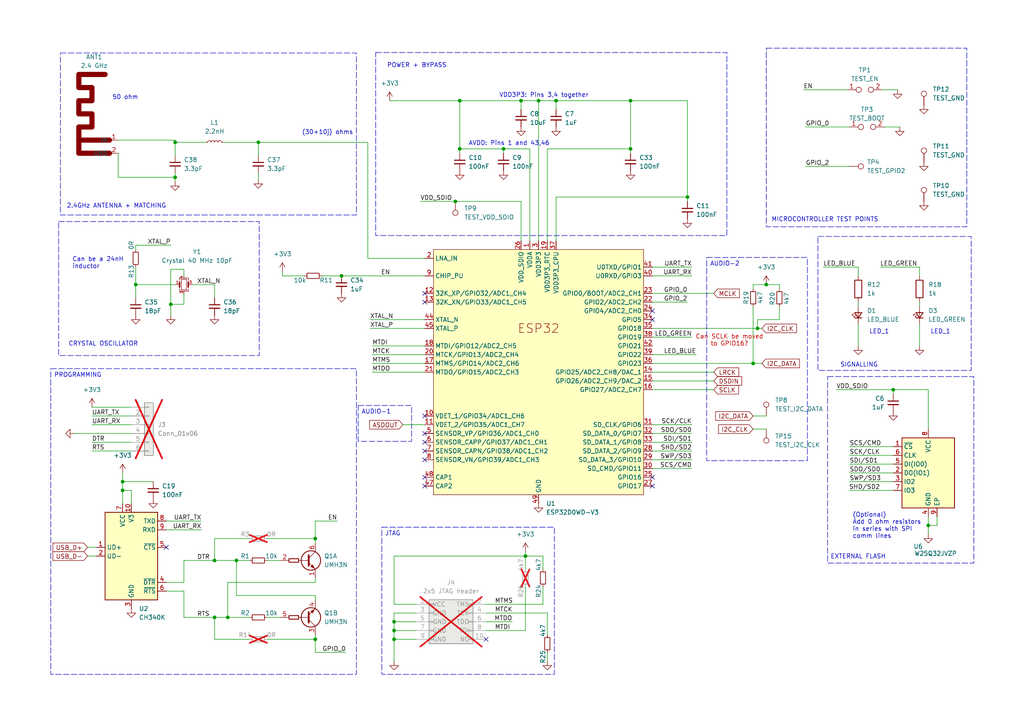
<source format=kicad_sch>
(kicad_sch (version 20250114) (generator "eeschema") (generator_version "9.0")
  (paper "A4")
  (lib_symbols
    (symbol "Connector:TestPoint" (pin_numbers (hide yes)) (pin_names (offset 0.762) (hide yes))
      (property "Reference" "TP" (at 0 6.858 0))
      (property "Value" "TestPoint" (at 0 5.08 0))
      (symbol "TestPoint_1_1"
        (pin passive line (at 0 0 90) (length 2.54) (name "1") (number "1"))
      )
    )
    (symbol "Connector:TestPoint_2Pole" (pin_names (offset 0.762) (hide yes))
      (property "Reference" "TP" (at 0 1.524 0))
      (property "Value" "TestPoint_2Pole" (at 0 -1.778 0))
      (symbol "TestPoint_2Pole_0_1"
        (pin passive line (at -5.08 0 0) (length 2.54) (name "1") (number "1"))
        (pin passive line (at 5.08 0 180) (length 2.54) (name "2") (number "2"))
      )
    )
    (symbol "Connector_Generic:Conn_01x06" (pin_names (offset 1.016) (hide yes))
      (property "Reference" "J" (at 0 7.62 0))
      (property "Value" "Conn_01x06" (at 0 -10.16 0))
      (symbol "Conn_01x06_1_1"
        (pin passive line (at -5.08 5.08 0) (length 3.81) (name "Pin_1") (number "1"))
        (pin passive line (at -5.08 2.54 0) (length 3.81) (name "Pin_2") (number "2"))
        (pin passive line (at -5.08 0 0) (length 3.81) (name "Pin_3") (number "3"))
        (pin passive line (at -5.08 -2.54 0) (length 3.81) (name "Pin_4") (number "4"))
        (pin passive line (at -5.08 -5.08 0) (length 3.81) (name "Pin_5") (number "5"))
        (pin passive line (at -5.08 -7.62 0) (length 3.81) (name "Pin_6") (number "6"))
      )
    )
    (symbol "Device:C_Small" (pin_numbers (hide yes)) (pin_names (offset 0.254) (hide yes))
      (property "Reference" "C" (at 0.254 1.778 0))
      (property "Value" "C_Small" (at 0.254 -2.032 0))
      (symbol "C_Small_1_1"
        (pin passive line (at 0 2.54 270) (length 2.032) (name "~") (number "1"))
        (pin passive line (at 0 -2.54 90) (length 2.032) (name "~") (number "2"))
      )
    )
    (symbol "Device:Crystal_GND24_Small" (pin_names (offset 1.016) (hide yes))
      (property "Reference" "Y" (at 1.27 4.445 0))
      (property "Value" "Crystal_GND24_Small" (at 1.27 2.54 0))
      (symbol "Crystal_GND24_Small_1_1"
        (pin passive line (at -2.54 0 0) (length 1.27) (name "1") (number "1"))
        (pin passive line (at 0 2.54 270) (length 0.635) (name "4") (number "4"))
        (pin passive line (at 0 -2.54 90) (length 0.635) (name "2") (number "2"))
        (pin passive line (at 2.54 0 180) (length 1.27) (name "3") (number "3"))
      )
    )
    (symbol "Device:LED_Small" (pin_numbers (hide yes)) (pin_names (offset 0.254) (hide yes))
      (property "Reference" "D" (at -1.27 3.175 0))
      (property "Value" "LED_Small" (at -4.445 -2.54 0))
      (symbol "LED_Small_1_1"
        (pin passive line (at -2.54 0 0) (length 1.778) (name "K") (number "1"))
        (pin passive line (at 2.54 0 180) (length 1.778) (name "A") (number "2"))
      )
    )
    (symbol "Device:L_Small" (pin_numbers (hide yes)) (pin_names (offset 0.254) (hide yes))
      (property "Reference" "L" (at 0.762 1.016 0))
      (property "Value" "L_Small" (at 0.762 -1.016 0))
      (symbol "L_Small_1_1"
        (pin passive line (at 0 2.54 270) (length 0.508) (name "~") (number "1"))
        (pin passive line (at 0 -2.54 90) (length 0.508) (name "~") (number "2"))
      )
    )
    (symbol "Device:R" (pin_numbers (hide yes)) (pin_names (offset 0))
      (property "Reference" "R" (at 2.032 0 90))
      (property "Value" "R" (at 0 0 90))
      (symbol "R_1_1"
        (pin passive line (at 0 3.81 270) (length 1.27) (name "~") (number "1"))
        (pin passive line (at 0 -3.81 90) (length 1.27) (name "~") (number "2"))
      )
    )
    (symbol "Device:R_Small" (pin_numbers (hide yes)) (pin_names (offset 0.254) (hide yes))
      (property "Reference" "R" (at 0.762 0.508 0))
      (property "Value" "R_Small" (at 0.762 -1.016 0))
      (symbol "R_Small_1_1"
        (pin passive line (at 0 2.54 270) (length 0.762) (name "~") (number "1"))
        (pin passive line (at 0 -2.54 90) (length 0.762) (name "~") (number "2"))
      )
    )
    (symbol "Interface_USB:CH340K"
      (property "Reference" "U" (at -6.858 13.97 0))
      (property "Value" "CH340K" (at 1.27 13.97 0))
      (symbol "CH340K_1_0"
        (pin passive line (at 0 -15.24 90) (length 2.54) (hide yes) (name "GND") (number "11"))
      )
      (symbol "CH340K_1_1"
        (pin bidirectional line (at -10.16 2.54 0) (length 2.54) (name "UD+") (number "1"))
        (pin bidirectional line (at -10.16 0 0) (length 2.54) (name "UD-") (number "2"))
        (pin power_in line (at -2.54 15.24 270) (length 2.54) (name "VCC") (number "7"))
        (pin passive line (at 0 15.24 270) (length 2.54) (name "V3") (number "10"))
        (pin power_in line (at 0 -15.24 90) (length 2.54) (name "GND") (number "3"))
        (pin output line (at 10.16 10.16 180) (length 2.54) (name "TXD") (number "8"))
        (pin input line (at 10.16 7.62 180) (length 2.54) (name "RXD") (number "9"))
        (pin input line (at 10.16 2.54 180) (length 2.54) (name "~{CTS}") (number "5"))
        (pin output line (at 10.16 -7.62 180) (length 2.54) (name "~{DTR}") (number "4"))
        (pin output line (at 10.16 -10.16 180) (length 2.54) (name "~{RTS}") (number "6"))
      )
    )
    (symbol "Memory_Flash:W25Q32JVZP"
      (property "Reference" "U" (at -6.35 11.43 0))
      (property "Value" "W25Q32JVZP" (at 7.62 11.43 0))
      (symbol "W25Q32JVZP_1_1"
        (pin input line (at -10.16 7.62 0) (length 2.54) (name "~{CS}") (number "1"))
        (pin input line (at -10.16 5.08 0) (length 2.54) (name "CLK") (number "6"))
        (pin bidirectional line (at -10.16 2.54 0) (length 2.54) (name "DI(IO0)") (number "5"))
        (pin bidirectional line (at -10.16 0 0) (length 2.54) (name "DO(IO1)") (number "2"))
        (pin bidirectional line (at -10.16 -2.54 0) (length 2.54) (name "IO2") (number "3"))
        (pin bidirectional line (at -10.16 -5.08 0) (length 2.54) (name "IO3") (number "7"))
        (pin power_in line (at 0 12.7 270) (length 2.54) (name "VCC") (number "8"))
        (pin power_in line (at 0 -12.7 90) (length 2.54) (name "GND") (number "4"))
        (pin passive line (at 2.54 -12.7 90) (length 2.54) (name "EP") (number "9"))
      )
    )
    (symbol "PCM_Espressif:ESP32"
      (property "Reference" "U" (at -30.48 40.64 0))
      (property "Value" "ESP32" (at -30.48 38.1 0))
      (symbol "ESP32_0_0"
        (text "ESP32" (at 0 12.7 0) (effects (font (size 2.54 2.54))))
      )
      (symbol "ESP32_1_1"
        (pin bidirectional line (at -33.02 33.02 0) (length 2.54) (name "LNA_IN") (number "2"))
        (pin input line (at -33.02 27.94 0) (length 2.54) (name "CHIP_PU") (number "9"))
        (pin bidirectional line (at -33.02 22.86 0) (length 2.54) (name "32K_XP/GPIO32/ADC1_CH4") (number "12"))
        (pin bidirectional line (at -33.02 20.32 0) (length 2.54) (name "32K_XN/GPIO33/ADC1_CH5") (number "13"))
        (pin output line (at -33.02 15.24 0) (length 2.54) (name "XTAL_N") (number "44"))
        (pin input line (at -33.02 12.7 0) (length 2.54) (name "XTAL_P") (number "45"))
        (pin bidirectional line (at -33.02 7.62 0) (length 2.54) (name "MTDI/GPIO12/ADC2_CH5") (number "18"))
        (pin bidirectional line (at -33.02 5.08 0) (length 2.54) (name "MTCK/GPIO13/ADC2_CH4") (number "20"))
        (pin bidirectional line (at -33.02 2.54 0) (length 2.54) (name "MTMS/GPIO14/ADC2_CH6") (number "17"))
        (pin bidirectional line (at -33.02 0 0) (length 2.54) (name "MTDO/GPIO15/ADC2_CH3") (number "21"))
        (pin input line (at -33.02 -12.7 0) (length 2.54) (name "VDET_1/GPIO34/ADC1_CH6") (number "10"))
        (pin input line (at -33.02 -15.24 0) (length 2.54) (name "VDET_2/GPIO35/ADC1_CH7") (number "11"))
        (pin input line (at -33.02 -17.78 0) (length 2.54) (name "SENSOR_VP/GPIO36/ADC1_CH0") (number "5"))
        (pin input line (at -33.02 -20.32 0) (length 2.54) (name "SENSOR_CAPP/GPIO37/ADC1_CH1") (number "6"))
        (pin input line (at -33.02 -22.86 0) (length 2.54) (name "SENSOR_CAPN/GPIO38/ADC1_CH2") (number "7"))
        (pin input line (at -33.02 -25.4 0) (length 2.54) (name "SENSOR_VN/GPIO39/ADC1_CH3") (number "8"))
        (pin input line (at -33.02 -30.48 0) (length 2.54) (name "CAP1") (number "48"))
        (pin input line (at -33.02 -33.02 0) (length 2.54) (name "CAP2") (number "47"))
        (pin power_out line (at -5.08 38.1 270) (length 2.54) (name "VDD_SDIO") (number "26"))
        (pin power_in line (at -2.54 38.1 270) (length 2.54) (name "VDDA") (number "1"))
        (pin passive line (at -2.54 38.1 270) (length 2.54) (hide yes) (name "VDDA") (number "43"))
        (pin passive line (at -2.54 38.1 270) (length 2.54) (hide yes) (name "VDDA") (number "46"))
        (pin power_in line (at 0 38.1 270) (length 2.54) (name "VDD3P3") (number "3"))
        (pin passive line (at 0 38.1 270) (length 2.54) (hide yes) (name "VDD3P3") (number "4"))
        (pin power_in line (at 0 -38.1 90) (length 2.54) (name "GND") (number "49"))
        (pin power_in line (at 2.54 38.1 270) (length 2.54) (name "VDD3P3_RTC") (number "19"))
        (pin power_in line (at 5.08 38.1 270) (length 2.54) (name "VDD3P3_CPU") (number "37"))
        (pin bidirectional line (at 33.02 30.48 180) (length 2.54) (name "U0TXD/GPIO1") (number "41"))
        (pin bidirectional line (at 33.02 27.94 180) (length 2.54) (name "U0RXD/GPIO3") (number "40"))
        (pin bidirectional line (at 33.02 22.86 180) (length 2.54) (name "GPIO0/BOOT/ADC2_CH1") (number "23"))
        (pin bidirectional line (at 33.02 20.32 180) (length 2.54) (name "GPIO2/ADC2_CH2") (number "22"))
        (pin bidirectional line (at 33.02 17.78 180) (length 2.54) (name "GPIO4/ADC2_CH0") (number "24"))
        (pin bidirectional line (at 33.02 15.24 180) (length 2.54) (name "GPIO5") (number "34"))
        (pin bidirectional line (at 33.02 12.7 180) (length 2.54) (name "GPIO18") (number "35"))
        (pin bidirectional line (at 33.02 10.16 180) (length 2.54) (name "GPIO19") (number "38"))
        (pin bidirectional line (at 33.02 7.62 180) (length 2.54) (name "GPIO21") (number "42"))
        (pin bidirectional line (at 33.02 5.08 180) (length 2.54) (name "GPIO22") (number "39"))
        (pin bidirectional line (at 33.02 2.54 180) (length 2.54) (name "GPIO23") (number "36"))
        (pin bidirectional line (at 33.02 0 180) (length 2.54) (name "GPIO25/ADC2_CH8/DAC_1") (number "14"))
        (pin bidirectional line (at 33.02 -2.54 180) (length 2.54) (name "GPIO26/ADC2_CH9/DAC_2") (number "15"))
        (pin bidirectional line (at 33.02 -5.08 180) (length 2.54) (name "GPIO27/ADC2_CH7") (number "16"))
        (pin bidirectional line (at 33.02 -15.24 180) (length 2.54) (name "SD_CLK/GPIO6") (number "31"))
        (pin bidirectional line (at 33.02 -17.78 180) (length 2.54) (name "SD_DATA_0/GPIO7") (number "32"))
        (pin bidirectional line (at 33.02 -20.32 180) (length 2.54) (name "SD_DATA_1/GPIO8") (number "33"))
        (pin bidirectional line (at 33.02 -22.86 180) (length 2.54) (name "SD_DATA_2/GPIO9") (number "28"))
        (pin bidirectional line (at 33.02 -25.4 180) (length 2.54) (name "SD_DATA_3/GPIO10") (number "29"))
        (pin bidirectional line (at 33.02 -27.94 180) (length 2.54) (name "SD_CMD/GPIO11") (number "30"))
        (pin bidirectional line (at 33.02 -30.48 180) (length 2.54) (name "GPIO16") (number "25"))
        (pin bidirectional line (at 33.02 -33.02 180) (length 2.54) (name "GPIO17") (number "27"))
      )
    )
    (symbol "Transistor_BJT:UMH3N" (pin_names (hide yes))
      (property "Reference" "Q" (at 7.62 1.27 0))
      (property "Value" "UMH3N" (at 7.62 -1.27 0))
      (symbol "UMH3N_1_1"
        (pin input line (at -5.08 0 0) (length 2.54) (name "B1") (number "2"))
        (pin passive line (at 5.08 5.08 270) (length 2.54) (name "C1") (number "6"))
        (pin passive line (at 5.08 -5.08 90) (length 2.54) (name "E1") (number "1"))
      )
      (symbol "UMH3N_2_1"
        (pin input line (at -5.08 0 0) (length 2.54) (name "B2") (number "5"))
        (pin passive line (at 5.08 5.08 270) (length 2.54) (name "C2") (number "3"))
        (pin passive line (at 5.08 -5.08 90) (length 2.54) (name "E2") (number "4"))
      )
    )
    (symbol "custom_symbols:2x5 JTAG header" (pin_names (offset 1.016))
      (property "Reference" "J" (at 1.27 7.62 0))
      (property "Value" "2x5 JTAG header" (at 1.27 -7.62 0))
      (symbol "2x5 JTAG header_1_1"
        (pin power_in line (at -5.08 5.08 0) (length 3.81) (name "VCC") (number "1"))
        (pin power_in line (at -5.08 2.54 0) (length 3.81) (name "GND") (number "3"))
        (pin power_in line (at -5.08 0 0) (length 3.81) (name "GND") (number "5"))
        (pin power_in line (at -5.08 -2.54 0) (length 3.81) (name "GND") (number "7"))
        (pin power_in line (at -5.08 -5.08 0) (length 3.81) (name "GND") (number "9"))
        (pin input line (at 15.24 5.08 180) (length 3.81) (name "TMS") (number "2"))
        (pin input line (at 15.24 2.54 180) (length 3.81) (name "TCK") (number "4"))
        (pin output line (at 15.24 0 180) (length 3.81) (name "TDO") (number "6"))
        (pin input line (at 15.24 -2.54 180) (length 3.81) (name "TDI") (number "8"))
        (pin free line (at 15.24 -5.08 180) (length 3.81) (name "NC") (number "10"))
      )
    )
    (symbol "custom_symbols:Antenna_2.4GHz_Meandered_Inverted-F"
      (property "Reference" "ANT" (at -2.54 -7.62 0))
      (property "Value" "2.4 GHz" (at 0 0 0))
      (symbol "Antenna_2.4GHz_Meandered_Inverted-F_1_1"
        (pin input line (at 2.54 0 180) (length 2.54) (name "IN") (number "1"))
        (pin input line (at 2.54 -3.81 180) (length 2.54) (name "GND") (number "2"))
      )
    )
    (symbol "power:+3V3" (power) (pin_numbers (hide yes)) (pin_names (offset 0) (hide yes))
      (property "Value" "+3V3" (at 0 3.556 0))
      (symbol "+3V3_1_1"
        (pin power_in line (at 0 0 90) (length 0) (hide yes) (name "+3V3") (number "1"))
      )
    )
    (symbol "power:GND" (power) (pin_numbers (hide yes)) (pin_names (offset 0) (hide yes))
      (property "Value" "GND" (at 0 -3.81 0))
      (symbol "GND_1_1"
        (pin power_in line (at 0 0 270) (length 0) (hide yes) (name "GND") (number "1"))
      )
    )
  )
  (rectangle (start 108.966 15.24) (end 210.82 68.326) (stroke (width 0) (type dash)))
  (rectangle (start 17.018 64.262) (end 75.184 103.124) (stroke (width 0) (type dash)))
  (rectangle (start 17.526 15.367) (end 103.378 62.357) (stroke (width 0) (type dash)))
  (rectangle (start 237.236 68.58) (end 281.686 107.442) (stroke (width 0) (type dash)))
  (rectangle (start 222.25 13.97) (end 280.416 65.786) (stroke (width 0) (type dash)))
  (rectangle (start 240.03 109.22) (end 282.448 163.322) (stroke (width 0) (type dash)))
  (text "MICROCONTROLLER TEST POINTS" (at 239.268 63.754 0) (effects (font (size 1.27 1.27))))
  (text "LED_1\n\n" (at 252.095 99.06 0) (effects (font (size 1.27 1.27)) (justify left bottom)))
  (text "(30+10j) ohms" (at 94.996 38.481 0) (effects (font (size 1.27 1.27))))
  (text "50 ohm" (at 36.322 28.321 0) (effects (font (size 1.27 1.27))))
  (text "SIGNALLING" (at 249.174 105.918 0) (effects (font (size 1.27 1.27))))
  (text "2.4GHz ANTENNA + MATCHING\n" (at 33.782 59.817 0) (effects (font (size 1.27 1.27))))
  (text "(Optional)\nAdd 0 ohm resistors \nin series with SPI \ncomm lines" (at 247.269 156.337 0) (effects (font (size 1.27 1.27)) (justify left bottom)))
  (text "LED_1\n\n" (at 269.875 99.06 0) (effects (font (size 1.27 1.27)) (justify left bottom)))
  (text "VDD3P3: Pins 3,4 together\n\n" (at 144.78 30.48 0) (effects (font (size 1.27 1.27)) (justify left bottom)))
  (text "EXTERNAL FLASH" (at 248.92 161.544 0) (effects (font (size 1.27 1.27))))
  (text "AVDD: Pins 1 and 43,46\n\n" (at 135.89 44.45 0) (effects (font (size 1.27 1.27)) (justify left bottom)))
  (text "POWER + BYPASS\n" (at 120.904 19.05 0) (effects (font (size 1.27 1.27))))
  (text "CRYSTAL OSCILLATOR\n" (at 29.972 99.822 0) (effects (font (size 1.27 1.27))))
  (text "Can be a 24nH \ninductor\n" (at 20.955 78.105 0) (effects (font (size 1.27 1.27)) (justify left bottom)))
  (text "Can SCLK be moved\nto GPIO16?\n" (at 211.582 98.806 0) (effects (font (size 1.27 1.27))))
  (text_box "AUDIO-2" (at 204.978 74.676 0) (size 29.21 58.928) (margins 0.9525 0.9525 0.9525 0.9525) (stroke (width 0) (type dash)) (effects (font (size 1.27 1.27)) (justify left top)))
  (text_box "JTAG\n\n" (at 110.744 152.908 0) (size 50.038 42.672) (margins 0.9525 0.9525 0.9525 0.9525) (stroke (width 0) (type dash)) (effects (font (size 1.27 1.27)) (justify left top)))
  (text_box "PROGRAMMING\n\n\n" (at 14.732 106.934 0) (size 88.646 88.646) (margins 0.9525 0.9525 0.9525 0.9525) (stroke (width 0) (type dash)) (effects (font (size 1.27 1.27)) (justify left top)))
  (text_box "AUDIO-1\n" (at 103.886 117.602 0) (size 15.494 10.414) (margins 0.9525 0.9525 0.9525 0.9525) (stroke (width 0) (type dash)) (effects (font (size 1.27 1.27)) (justify left top)))
  (junction (at 49.53 88.265))
  (junction (at 35.56 142.24))
  (junction (at 219.71 95.25))
  (junction (at 161.29 29.21))
  (junction (at 114.3 185.42))
  (junction (at 62.23 162.56))
  (junction (at 68.58 162.56))
  (junction (at 50.8 51.435))
  (junction (at 91.44 185.42))
  (junction (at 182.88 43.18))
  (junction (at 182.88 29.21))
  (junction (at 114.3 182.88))
  (junction (at 156.21 29.21))
  (junction (at 218.44 105.41))
  (junction (at 146.05 43.18))
  (junction (at 259.08 113.03))
  (junction (at 74.93 41.275))
  (junction (at 35.56 139.7))
  (junction (at 66.04 179.07))
  (junction (at 151.13 29.21))
  (junction (at 39.37 82.55))
  (junction (at 269.24 152.4))
  (junction (at 133.35 29.21))
  (junction (at 199.39 57.15))
  (junction (at 133.35 43.18))
  (junction (at 132.08 58.42))
  (junction (at 99.06 80.01))
  (junction (at 62.23 179.07))
  (junction (at 50.8 41.275))
  (junction (at 91.44 156.21))
  (junction (at 222.25 82.55))
  (junction (at 114.3 180.34))
  (junction (at 152.4 161.29))
  (no_connect (at 48.26 158.75))
  (no_connect (at 123.19 125.73))
  (no_connect (at 189.23 138.43))
  (no_connect (at 189.23 92.71))
  (no_connect (at 123.19 87.63))
  (no_connect (at 123.19 120.65))
  (no_connect (at 140.97 185.42))
  (no_connect (at 189.23 90.17))
  (no_connect (at 123.19 138.43))
  (no_connect (at 123.19 85.09))
  (no_connect (at 123.19 128.27))
  (no_connect (at 123.19 140.97))
  (no_connect (at 123.19 133.35))
  (no_connect (at 189.23 140.97))
  (no_connect (at 123.19 130.81))
  (wire (pts (xy 259.08 113.03) (xy 259.08 114.3)))
  (wire (pts (xy 151.13 58.42) (xy 151.13 69.85)))
  (wire (pts (xy 189.23 102.87) (xy 201.93 102.87)))
  (wire (pts (xy 255.905 26.035) (xy 260.35 26.035)))
  (wire (pts (xy 189.23 80.01) (xy 200.66 80.01)))
  (wire (pts (xy 62.23 185.42) (xy 62.23 179.07)))
  (wire (pts (xy 34.29 40.64) (xy 50.8 40.64)))
  (wire (pts (xy 25.4 158.75) (xy 27.94 158.75)))
  (wire (pts (xy 77.47 156.21) (xy 91.44 156.21)))
  (wire (pts (xy 49.53 88.265) (xy 53.34 88.265)))
  (wire (pts (xy 74.93 41.275) (xy 74.93 45.085)))
  (wire (pts (xy 189.23 87.63) (xy 199.39 87.63)))
  (wire (pts (xy 269.24 154.94) (xy 269.24 152.4)))
  (wire (pts (xy 189.23 105.41) (xy 218.44 105.41)))
  (wire (pts (xy 189.23 128.27) (xy 200.66 128.27)))
  (wire (pts (xy 233.045 26.035) (xy 245.745 26.035)))
  (wire (pts (xy 49.53 78.105) (xy 49.53 88.265)))
  (wire (pts (xy 133.35 43.18) (xy 133.35 44.45)))
  (wire (pts (xy 53.34 78.105) (xy 49.53 78.105)))
  (wire (pts (xy 34.29 44.45) (xy 34.29 51.435)))
  (wire (pts (xy 233.68 36.83) (xy 246.38 36.83)))
  (wire (pts (xy 91.44 184.15) (xy 91.44 185.42)))
  (wire (pts (xy 26.67 128.27) (xy 38.1 128.27)))
  (wire (pts (xy 189.23 77.47) (xy 200.66 77.47)))
  (wire (pts (xy 158.75 43.18) (xy 158.75 69.85)))
  (wire (pts (xy 72.39 185.42) (xy 62.23 185.42)))
  (wire (pts (xy 66.04 168.91) (xy 66.04 179.07)))
  (wire (pts (xy 271.78 149.86) (xy 271.78 152.4)))
  (wire (pts (xy 59.69 41.275) (xy 50.8 41.275)))
  (wire (pts (xy 99.06 80.01) (xy 123.19 80.01)))
  (wire (pts (xy 207.01 110.49) (xy 189.23 110.49)))
  (wire (pts (xy 140.97 182.88) (xy 152.4 182.88)))
  (wire (pts (xy 62.23 82.55) (xy 62.23 86.36)))
  (wire (pts (xy 189.23 130.81) (xy 200.66 130.81)))
  (wire (pts (xy 114.3 185.42) (xy 114.3 191.77)))
  (wire (pts (xy 91.44 189.23) (xy 100.33 189.23)))
  (wire (pts (xy 156.21 29.21) (xy 156.21 69.85)))
  (wire (pts (xy 113.03 29.21) (xy 133.35 29.21)))
  (wire (pts (xy 116.84 123.19) (xy 123.19 123.19)))
  (wire (pts (xy 107.95 107.95) (xy 123.19 107.95)))
  (wire (pts (xy 218.44 83.82) (xy 218.44 82.55)))
  (wire (pts (xy 38.1 142.24) (xy 35.56 142.24)))
  (wire (pts (xy 219.71 92.71) (xy 219.71 95.25)))
  (wire (pts (xy 248.92 77.47) (xy 248.92 80.01)))
  (wire (pts (xy 189.23 123.19) (xy 200.66 123.19)))
  (wire (pts (xy 140.97 175.26) (xy 157.48 175.26)))
  (wire (pts (xy 39.37 82.55) (xy 39.37 86.36)))
  (wire (pts (xy 114.3 182.88) (xy 114.3 185.42)))
  (wire (pts (xy 121.92 58.42) (xy 132.08 58.42)))
  (wire (pts (xy 248.92 93.98) (xy 248.92 100.33)))
  (wire (pts (xy 114.3 180.34) (xy 114.3 177.8)))
  (wire (pts (xy 91.44 172.72) (xy 68.58 172.72)))
  (wire (pts (xy 151.13 31.75) (xy 151.13 29.21)))
  (wire (pts (xy 152.4 161.29) (xy 152.4 165.1)))
  (wire (pts (xy 151.13 29.21) (xy 156.21 29.21)))
  (wire (pts (xy 161.29 29.21) (xy 161.29 31.75)))
  (wire (pts (xy 91.44 168.91) (xy 66.04 168.91)))
  (wire (pts (xy 26.67 130.81) (xy 38.1 130.81)))
  (wire (pts (xy 39.37 71.12) (xy 39.37 72.39)))
  (wire (pts (xy 53.34 80.01) (xy 53.34 78.105)))
  (wire (pts (xy 266.7 93.98) (xy 266.7 100.33)))
  (wire (pts (xy 107.315 92.71) (xy 123.19 92.71)))
  (wire (pts (xy 114.3 161.29) (xy 152.4 161.29)))
  (wire (pts (xy 120.65 182.88) (xy 114.3 182.88)))
  (wire (pts (xy 48.26 171.45) (xy 53.34 171.45)))
  (wire (pts (xy 152.4 170.18) (xy 152.4 182.88)))
  (wire (pts (xy 53.34 88.265) (xy 53.34 85.09)))
  (wire (pts (xy 106.68 41.275) (xy 106.68 74.93)))
  (wire (pts (xy 218.44 88.9) (xy 218.44 105.41)))
  (wire (pts (xy 35.56 139.7) (xy 44.45 139.7)))
  (wire (pts (xy 218.44 124.46) (xy 222.25 124.46)))
  (wire (pts (xy 246.38 139.7) (xy 259.08 139.7)))
  (wire (pts (xy 68.58 172.72) (xy 68.58 162.56)))
  (wire (pts (xy 114.3 177.8) (xy 120.65 177.8)))
  (wire (pts (xy 182.88 29.21) (xy 199.39 29.21)))
  (wire (pts (xy 189.23 133.35) (xy 200.66 133.35)))
  (wire (pts (xy 182.88 43.18) (xy 182.88 29.21)))
  (wire (pts (xy 77.47 185.42) (xy 91.44 185.42)))
  (wire (pts (xy 48.26 153.67) (xy 58.42 153.67)))
  (wire (pts (xy 91.44 151.13) (xy 91.44 156.21)))
  (wire (pts (xy 50.8 40.64) (xy 50.8 41.275)))
  (wire (pts (xy 158.75 191.77) (xy 158.75 189.23)))
  (wire (pts (xy 158.75 177.8) (xy 140.97 177.8)))
  (wire (pts (xy 91.44 172.72) (xy 91.44 173.99)))
  (wire (pts (xy 53.34 179.07) (xy 62.23 179.07)))
  (wire (pts (xy 153.67 43.18) (xy 146.05 43.18)))
  (wire (pts (xy 189.23 125.73) (xy 200.66 125.73)))
  (wire (pts (xy 158.75 43.18) (xy 182.88 43.18)))
  (wire (pts (xy 114.3 180.34) (xy 114.3 182.88)))
  (wire (pts (xy 62.23 162.56) (xy 68.58 162.56)))
  (wire (pts (xy 91.44 156.21) (xy 91.44 157.48)))
  (wire (pts (xy 157.48 161.29) (xy 157.48 165.1)))
  (wire (pts (xy 246.38 134.62) (xy 259.08 134.62)))
  (wire (pts (xy 123.19 74.93) (xy 106.68 74.93)))
  (wire (pts (xy 189.23 95.25) (xy 219.71 95.25)))
  (wire (pts (xy 189.23 97.79) (xy 200.66 97.79)))
  (wire (pts (xy 93.345 80.01) (xy 99.06 80.01)))
  (wire (pts (xy 246.38 132.08) (xy 259.08 132.08)))
  (wire (pts (xy 50.8 41.275) (xy 50.8 45.085)))
  (wire (pts (xy 81.915 80.01) (xy 88.265 80.01)))
  (wire (pts (xy 114.3 180.34) (xy 120.65 180.34)))
  (wire (pts (xy 35.56 137.16) (xy 35.56 139.7)))
  (wire (pts (xy 226.06 92.71) (xy 219.71 92.71)))
  (wire (pts (xy 97.79 151.13) (xy 91.44 151.13)))
  (wire (pts (xy 74.93 50.165) (xy 74.93 52.07)))
  (wire (pts (xy 114.3 175.26) (xy 114.3 161.29)))
  (wire (pts (xy 256.54 36.83) (xy 260.985 36.83)))
  (wire (pts (xy 218.44 105.41) (xy 220.98 105.41)))
  (wire (pts (xy 153.67 43.18) (xy 153.67 69.85)))
  (wire (pts (xy 55.88 82.55) (xy 62.23 82.55)))
  (wire (pts (xy 218.44 120.65) (xy 222.25 120.65)))
  (wire (pts (xy 146.05 44.45) (xy 146.05 43.18)))
  (wire (pts (xy 21.59 125.73) (xy 38.1 125.73)))
  (wire (pts (xy 50.8 51.435) (xy 50.8 52.705)))
  (wire (pts (xy 53.34 171.45) (xy 53.34 179.07)))
  (wire (pts (xy 35.56 142.24) (xy 35.56 146.05)))
  (wire (pts (xy 248.92 87.63) (xy 248.92 88.9)))
  (wire (pts (xy 161.29 57.15) (xy 199.39 57.15)))
  (wire (pts (xy 222.25 82.55) (xy 226.06 82.55)))
  (wire (pts (xy 133.35 43.18) (xy 146.05 43.18)))
  (wire (pts (xy 259.08 113.03) (xy 269.24 113.03)))
  (wire (pts (xy 189.23 85.09) (xy 207.01 85.09)))
  (wire (pts (xy 157.48 175.26) (xy 157.48 170.18)))
  (wire (pts (xy 266.7 77.47) (xy 266.7 80.01)))
  (wire (pts (xy 48.26 168.91) (xy 53.34 168.91)))
  (wire (pts (xy 53.34 168.91) (xy 53.34 162.56)))
  (wire (pts (xy 255.27 77.47) (xy 266.7 77.47)))
  (wire (pts (xy 106.68 41.275) (xy 74.93 41.275)))
  (wire (pts (xy 107.95 105.41) (xy 123.19 105.41)))
  (wire (pts (xy 62.23 156.21) (xy 62.23 162.56)))
  (wire (pts (xy 107.95 100.33) (xy 123.19 100.33)))
  (wire (pts (xy 49.53 71.12) (xy 39.37 71.12)))
  (wire (pts (xy 133.35 29.21) (xy 151.13 29.21)))
  (wire (pts (xy 207.01 107.95) (xy 189.23 107.95)))
  (wire (pts (xy 49.53 91.44) (xy 49.53 88.265)))
  (wire (pts (xy 152.4 161.29) (xy 157.48 161.29)))
  (wire (pts (xy 114.3 185.42) (xy 120.65 185.42)))
  (wire (pts (xy 120.65 175.26) (xy 114.3 175.26)))
  (wire (pts (xy 38.1 146.05) (xy 38.1 142.24)))
  (wire (pts (xy 81.915 78.74) (xy 81.915 80.01)))
  (wire (pts (xy 271.78 152.4) (xy 269.24 152.4)))
  (wire (pts (xy 199.39 57.15) (xy 199.39 29.21)))
  (wire (pts (xy 158.75 184.15) (xy 158.75 177.8)))
  (wire (pts (xy 161.29 29.21) (xy 182.88 29.21)))
  (wire (pts (xy 26.67 120.65) (xy 38.1 120.65)))
  (wire (pts (xy 74.93 41.275) (xy 64.77 41.275)))
  (wire (pts (xy 226.06 88.9) (xy 226.06 92.71)))
  (wire (pts (xy 39.37 77.47) (xy 39.37 82.55)))
  (wire (pts (xy 107.95 102.87) (xy 123.19 102.87)))
  (wire (pts (xy 199.39 58.42) (xy 199.39 57.15)))
  (wire (pts (xy 26.67 123.19) (xy 38.1 123.19)))
  (wire (pts (xy 246.38 129.54) (xy 259.08 129.54)))
  (wire (pts (xy 25.4 161.29) (xy 27.94 161.29)))
  (wire (pts (xy 50.8 82.55) (xy 39.37 82.55)))
  (wire (pts (xy 219.71 95.25) (xy 220.98 95.25)))
  (wire (pts (xy 156.21 29.21) (xy 161.29 29.21)))
  (wire (pts (xy 246.38 142.24) (xy 259.08 142.24)))
  (wire (pts (xy 269.24 152.4) (xy 269.24 149.86)))
  (wire (pts (xy 53.34 162.56) (xy 62.23 162.56)))
  (wire (pts (xy 152.4 160.02) (xy 152.4 161.29)))
  (wire (pts (xy 189.23 135.89) (xy 200.66 135.89)))
  (wire (pts (xy 77.47 179.07) (xy 81.28 179.07)))
  (wire (pts (xy 132.08 58.42) (xy 151.13 58.42)))
  (wire (pts (xy 62.23 179.07) (xy 66.04 179.07)))
  (wire (pts (xy 72.39 156.21) (xy 62.23 156.21)))
  (wire (pts (xy 66.04 179.07) (xy 72.39 179.07)))
  (wire (pts (xy 161.29 57.15) (xy 161.29 69.85)))
  (wire (pts (xy 77.47 162.56) (xy 81.28 162.56)))
  (wire (pts (xy 91.44 168.91) (xy 91.44 167.64)))
  (wire (pts (xy 68.58 162.56) (xy 72.39 162.56)))
  (wire (pts (xy 189.23 113.03) (xy 207.01 113.03)))
  (wire (pts (xy 35.56 139.7) (xy 35.56 142.24)))
  (wire (pts (xy 34.29 51.435) (xy 50.8 51.435)))
  (wire (pts (xy 133.35 29.21) (xy 133.35 43.18)))
  (wire (pts (xy 266.7 87.63) (xy 266.7 88.9)))
  (wire (pts (xy 50.8 50.165) (xy 50.8 51.435)))
  (wire (pts (xy 233.68 48.26) (xy 246.38 48.26)))
  (wire (pts (xy 238.76 77.47) (xy 248.92 77.47)))
  (wire (pts (xy 48.26 151.13) (xy 58.42 151.13)))
  (wire (pts (xy 226.06 82.55) (xy 226.06 83.82)))
  (wire (pts (xy 91.44 185.42) (xy 91.44 189.23)))
  (wire (pts (xy 242.57 113.03) (xy 259.08 113.03)))
  (wire (pts (xy 246.38 137.16) (xy 259.08 137.16)))
  (wire (pts (xy 269.24 113.03) (xy 269.24 124.46)))
  (wire (pts (xy 26.67 118.11) (xy 38.1 118.11)))
  (wire (pts (xy 218.44 82.55) (xy 222.25 82.55)))
  (wire (pts (xy 182.88 44.45) (xy 182.88 43.18)))
  (wire (pts (xy 140.97 180.34) (xy 148.59 180.34)))
  (wire (pts (xy 123.19 95.25) (xy 107.315 95.25)))
  (label "DTR" (at 57.15 162.56 0))
  (label "UART_RX" (at 58.42 153.67 180))
  (label "SDO{slash}SD0" (at 200.66 125.73 180))
  (label "UART_RX" (at 200.66 80.01 180))
  (label "MTDO" (at 148.59 180.34 180))
  (label "RTS" (at 57.15 179.07 0))
  (label "VDD_SDIO" (at 242.57 113.03 0))
  (label "XTAL_N" (at 107.315 92.71 0))
  (label "SHD{slash}SD2" (at 255.27 142.24 180))
  (label "EN" (at 233.045 26.035 0))
  (label "SDI{slash}SD1" (at 200.66 128.27 180))
  (label "LED_BLUE" (at 201.93 102.87 180))
  (label "EN" (at 110.49 80.01 0))
  (label "XTAL_N" (at 57.15 82.55 0))
  (label "XTAL_P" (at 107.315 95.25 0))
  (label "GPIO_0" (at 233.68 36.83 0))
  (label "SDO{slash}SD0" (at 246.38 137.16 0))
  (label "SHD{slash}SD2" (at 200.66 130.81 180))
  (label "SCS{slash}CMD" (at 246.38 129.54 0))
  (label "SWP{slash}SD3" (at 246.38 139.7 0))
  (label "MTMS" (at 143.51 175.26 0))
  (label "UART_TX" (at 200.66 77.47 180))
  (label "MTDI" (at 107.95 100.33 0))
  (label "MTDO" (at 107.95 107.95 0))
  (label "SCS{slash}CMD" (at 200.66 135.89 180))
  (label "SDI{slash}SD1" (at 246.38 134.62 0))
  (label "VDD_SDIO" (at 121.92 58.42 0))
  (label "MTCK" (at 107.95 102.87 0))
  (label "MTCK" (at 143.51 177.8 0))
  (label "GPIO_2" (at 199.39 87.63 180))
  (label "GPIO_0" (at 199.39 85.09 180))
  (label "MTDI" (at 143.51 182.88 0))
  (label "SWP{slash}SD3" (at 200.66 133.35 180))
  (label "LED_GREEN" (at 255.27 77.47 0))
  (label "SCK{slash}CLK" (at 200.66 123.19 180))
  (label "LED_GREEN" (at 200.66 97.79 180))
  (label "GPIO_2" (at 233.68 48.26 0))
  (label "DTR" (at 26.67 128.27 0))
  (label "GPIO_0" (at 100.33 189.23 180))
  (label "SCK{slash}CLK" (at 246.38 132.08 0))
  (label "LED_BLUE" (at 238.76 77.47 0))
  (label "XTAL_P" (at 49.53 71.12 180))
  (label "UART_TX" (at 26.67 120.65 0))
  (label "EN" (at 97.79 151.13 180))
  (label "UART_RX" (at 26.67 123.19 0))
  (label "RTS" (at 26.67 130.81 0))
  (label "UART_TX" (at 58.42 151.13 180))
  (label "MTMS" (at 107.95 105.41 0))
  (global_label "I2C_CLK" (shape input) (at 220.98 95.25 0) (property "Intersheetrefs" "${INTERSHEET_REFS}" (effects (hide yes))))
  (global_label "SCLK" (shape input) (at 207.01 113.03 0) (property "Intersheetrefs" "${INTERSHEET_REFS}" (effects (hide yes))))
  (global_label "LRCK" (shape input) (at 207.01 107.95 0) (property "Intersheetrefs" "${INTERSHEET_REFS}" (effects (hide yes))))
  (global_label "MCLK" (shape input) (at 207.01 85.09 0) (property "Intersheetrefs" "${INTERSHEET_REFS}" (effects (hide yes))))
  (global_label "ASDOUT" (shape input) (at 116.84 123.19 180) (property "Intersheetrefs" "${INTERSHEET_REFS}" (effects (hide yes))))
  (global_label "USB_D-" (shape input) (at 25.4 161.29 180) (property "Intersheetrefs" "${INTERSHEET_REFS}" (effects (hide yes))))
  (global_label "I2C_DATA" (shape input) (at 218.44 120.65 180) (property "Intersheetrefs" "${INTERSHEET_REFS}" (effects (hide yes))))
  (global_label "DSDIN" (shape input) (at 207.01 110.49 0) (property "Intersheetrefs" "${INTERSHEET_REFS}" (effects (hide yes))))
  (global_label "I2C_DATA" (shape input) (at 220.98 105.41 0) (property "Intersheetrefs" "${INTERSHEET_REFS}" (effects (hide yes))))
  (global_label "I2C_CLK" (shape input) (at 218.44 124.46 180) (property "Intersheetrefs" "${INTERSHEET_REFS}" (effects (hide yes))))
  (global_label "USB_D+" (shape input) (at 25.4 158.75 180) (property "Intersheetrefs" "${INTERSHEET_REFS}" (effects (hide yes))))
  (symbol (lib_id "power:GND") (at 62.23 91.44 0) (unit 1)
    (property "Reference" "#PWR048" (effects (hide yes)))
    (property "Value" "GND" (effects (hide yes)))
  )
  (symbol (lib_id "Device:LED_Small") (at 266.7 91.44 90) (unit 1)
    (property "Reference" "D3" (at 269.24 90.1065 90) (effects (justify right)))
    (property "Value" "LED_GREEN" (at 269.24 92.6465 90) (effects (justify right)))
    (property "Footprint" "LED_SMD:LED_0805_2012Metric" (effects (hide yes)))
    (property "Supplier Part Number" "C2297" (effects (hide yes)))
  )
  (symbol (lib_id "power:+3V3") (at 113.03 29.21 0) (unit 1)
    (property "Reference" "#PWR039" (effects (hide yes)))
    (property "Value" "+3V3" (at 113.03 24.13 0))
  )
  (symbol (lib_id "power:GND") (at 114.3 191.77 0) (unit 1)
    (property "Reference" "#PWR072" (effects (hide yes)))
    (property "Value" "GND" (effects (hide yes)))
  )
  (symbol (lib_id "Device:Crystal_GND24_Small") (at 53.34 82.55 0) (unit 1)
    (property "Reference" "Y1" (at 57.15 73.025 0))
    (property "Value" "Crystal 40 MHz 10pF" (at 57.15 75.565 0))
    (property "Footprint" "Crystal:Crystal_SMD_SeikoEpson_FA128-4Pin_2.0x1.6mm" (effects (hide yes)))
    (property "Datasheet" "https://www.lcsc.com/datasheet/lcsc_datasheet_2212201409_Seiko-Epson-Q22FA12800101_C255898.pdf" (effects (hide yes)))
    (property "Supplier Part Number" "C255898" (effects (hide yes)))
  )
  (symbol (lib_id "power:GND") (at 260.35 26.035 0) (unit 1)
    (property "Reference" "#PWR043" (effects (hide yes)))
    (property "Value" "GND" (effects (hide yes)))
  )
  (symbol (lib_id "power:GND") (at 21.59 125.73 270) (unit 1)
    (property "Reference" "#PWR036" (effects (hide yes)))
    (property "Value" "GND" (effects (hide yes)))
  )
  (symbol (lib_id "Device:R_Small") (at 74.93 179.07 90) (unit 1)
    (property "Reference" "R2" (at 71.12 177.8 90))
    (property "Value" "10k" (at 78.74 177.8 90))
    (property "Footprint" "Resistor_SMD:R_0402_1005Metric" (effects (hide yes)))
  )
  (symbol (lib_id "PCM_Espressif:ESP32") (at 156.21 107.95 0) (unit 1)
    (property "Reference" "U1" (at 158.4041 146.05 0) (effects (justify left)))
    (property "Value" "ESP32D0WD-V3" (at 158.4041 148.59 0) (effects (justify left)))
    (property "Footprint" "Package_DFN_QFN:QFN-48-1EP_5x5mm_P0.35mm_EP3.7x3.7mm_ThermalVias" (effects (hide yes)))
    (property "Datasheet" "https://www.espressif.com/sites/default/files/documentation/esp32_datasheet_en.pdf" (effects (hide yes)))
    (property "Supplier Part Number" "C967021" (effects (hide yes)))
  )
  (symbol (lib_id "Connector:TestPoint") (at 222.25 124.46 180) (unit 1)
    (property "Reference" "TP15" (at 224.79 126.4919 0) (effects (justify right)))
    (property "Value" "TEST_I2C_CLK" (at 224.79 129.0319 0) (effects (justify right)))
    (property "Footprint" "TestPoint:TestPoint_Pad_D1.0mm" (effects (hide yes)))
  )
  (symbol (lib_id "Connector:TestPoint_2Pole") (at 250.825 26.035 0) (unit 1)
    (property "Reference" "TP1" (at 250.825 20.32 0))
    (property "Value" "TEST_EN" (at 250.825 22.86 0))
    (property "Footprint" "custom_footprints:TestPoint_Pad_2x1_D1.0mm" (effects (hide yes)))
  )
  (symbol (lib_id "Device:R_Small") (at 74.93 162.56 90) (unit 1)
    (property "Reference" "R1" (at 71.12 161.29 90))
    (property "Value" "10k" (at 78.74 161.29 90))
    (property "Footprint" "Resistor_SMD:R_0402_1005Metric" (effects (hide yes)))
  )
  (symbol (lib_id "Connector:TestPoint") (at 267.97 46.99 0) (unit 1)
    (property "Reference" "TP11" (at 270.51 42.4179 0) (effects (justify left)))
    (property "Value" "TEST_GND" (at 270.51 44.9579 0) (effects (justify left)))
    (property "Footprint" "TestPoint:TestPoint_Pad_D1.0mm" (effects (hide yes)))
  )
  (symbol (lib_id "power:GND") (at 39.37 91.44 0) (unit 1)
    (property "Reference" "#PWR046" (effects (hide yes)))
    (property "Value" "GND" (effects (hide yes)))
  )
  (symbol (lib_id "Device:R") (at 248.92 83.82 0) (unit 1)
    (property "Reference" "R12" (at 251.46 82.55 0) (effects (justify left)))
    (property "Value" "1k" (at 251.46 85.09 0) (effects (justify left)))
    (property "Footprint" "Resistor_SMD:R_0402_1005Metric" (effects (hide yes)))
  )
  (symbol (lib_id "power:GND") (at 99.06 85.09 0) (unit 1)
    (property "Reference" "#PWR041" (effects (hide yes)))
    (property "Value" "GND" (effects (hide yes)))
  )
  (symbol (lib_id "power:+3V3") (at 222.25 82.55 0) (unit 1)
    (property "Reference" "#PWR060" (effects (hide yes)))
    (property "Value" "+3V3" (at 222.25 77.47 0))
  )
  (symbol (lib_id "Transistor_BJT:UMH3N") (at 86.36 162.56 0) (unit 1)
    (property "Reference" "Q1" (at 93.98 161.2899 0) (effects (justify left)))
    (property "Value" "UMH3N" (at 93.98 163.8299 0) (effects (justify left)))
    (property "Footprint" "Package_TO_SOT_SMD:SOT-363_SC-70-6" (effects (hide yes)))
    (property "Datasheet" "http://rohmfs.rohm.com/en/products/databook/datasheet/discrete/transistor/digital/emh3t2r-e.pdf" (effects (hide yes)))
    (property "Description" "0.1A Ic, 50V Vce, Dual NPN Input Resistor Transistors, SOT-363" (effects (hide yes)))
    (property "Supplier Part Number" "C62892" (effects (hide yes)))
  )
  (symbol (lib_id "custom_symbols:2x5 JTAG header") (at 125.73 180.34 0) (unit 1) (dnp yes)
    (property "Reference" "J4" (at 130.81 168.91 0))
    (property "Value" "2x5 JTAG header" (at 130.81 171.45 0))
    (property "Footprint" "custom_footprints:2x5 2mm JTAG header pads only" (effects (hide yes)))
  )
  (symbol (lib_id "Device:R_Small") (at 74.93 156.21 90) (unit 1) (dnp yes)
    (property "Reference" "R3" (at 71.12 154.94 90))
    (property "Value" "0R" (at 78.74 154.94 90))
    (property "Footprint" "Resistor_SMD:R_0402_1005Metric" (effects (hide yes)))
  )
  (symbol (lib_id "custom_symbols:Antenna_2.4GHz_Meandered_Inverted-F") (at 31.75 40.64 0) (unit 1)
    (property "Reference" "ANT1" (at 27.305 16.51 0))
    (property "Value" "2.4 GHz" (at 27.305 19.05 0))
    (property "Footprint" "custom_footprints:Antenna 2.4GHz Inverted-F Meandered" (effects (hide yes)))
    (property "Datasheet" "https://www.ti.com/lit/an/swra117d/swra117d.pdf" (effects (hide yes)))
  )
  (symbol (lib_id "Device:C_Small") (at 44.45 142.24 0) (unit 1)
    (property "Reference" "C19" (at 46.99 140.9763 0) (effects (justify left)))
    (property "Value" "100nF" (at 46.99 143.5163 0) (effects (justify left)))
    (property "Footprint" "Capacitor_SMD:C_0402_1005Metric" (effects (hide yes)))
  )
  (symbol (lib_id "power:GND") (at 269.24 154.94 0) (unit 1)
    (property "Reference" "#PWR032" (effects (hide yes)))
    (property "Value" "GND" (effects (hide yes)))
  )
  (symbol (lib_id "Device:R_Small") (at 39.37 74.93 180) (unit 1)
    (property "Reference" "R13" (at 38.1 78.74 90))
    (property "Value" "0R" (at 38.1 71.12 90))
    (property "Footprint" "Resistor_SMD:R_0402_1005Metric" (effects (hide yes)))
  )
  (symbol (lib_id "Device:R_Small") (at 218.44 86.36 180) (unit 1)
    (property "Reference" "R19" (at 216.408 86.36 90))
    (property "Value" "4k7" (at 220.472 86.36 90))
    (property "Footprint" "Resistor_SMD:R_0402_1005Metric" (effects (hide yes)))
  )
  (symbol (lib_id "Device:C_Small") (at 146.05 46.99 0) (unit 1)
    (property "Reference" "C9" (at 148.59 45.7263 0) (effects (justify left)))
    (property "Value" "100nF" (at 148.59 48.2663 0) (effects (justify left)))
    (property "Footprint" "Capacitor_SMD:C_0402_1005Metric" (effects (hide yes)))
  )
  (symbol (lib_id "power:GND") (at 38.1 176.53 0) (unit 1)
    (property "Reference" "#PWR044" (effects (hide yes)))
    (property "Value" "GND" (effects (hide yes)))
  )
  (symbol (lib_id "Device:LED_Small") (at 248.92 91.44 90) (unit 1)
    (property "Reference" "D1" (at 251.46 90.1065 90) (effects (justify right)))
    (property "Value" "LED_BLUE" (at 251.46 92.6465 90) (effects (justify right)))
    (property "Footprint" "LED_SMD:LED_0805_2012Metric" (effects (hide yes)))
    (property "Supplier Part Number" "C34499" (effects (hide yes)))
  )
  (symbol (lib_id "power:+3V3") (at 26.67 118.11 0) (unit 1)
    (property "Reference" "#PWR054" (effects (hide yes)))
    (property "Value" "+3V3" (at 26.67 113.03 0))
  )
  (symbol (lib_id "power:GND") (at 151.13 36.83 0) (unit 1)
    (property "Reference" "#PWR033" (effects (hide yes)))
    (property "Value" "GND" (effects (hide yes)))
  )
  (symbol (lib_id "power:GND") (at 50.8 52.705 0) (unit 1)
    (property "Reference" "#PWR050" (effects (hide yes)))
    (property "Value" "GND" (effects (hide yes)))
  )
  (symbol (lib_id "power:+3V3") (at 35.56 137.16 0) (unit 1)
    (property "Reference" "#PWR068" (effects (hide yes)))
    (property "Value" "+3V3" (at 35.56 132.08 0))
  )
  (symbol (lib_id "Connector:TestPoint") (at 267.97 30.48 0) (unit 1)
    (property "Reference" "TP12" (at 270.51 25.9079 0) (effects (justify left)))
    (property "Value" "TEST_GND" (at 270.51 28.4479 0) (effects (justify left)))
    (property "Footprint" "TestPoint:TestPoint_Pad_D1.0mm" (effects (hide yes)))
  )
  (symbol (lib_id "Device:R_Small") (at 157.48 167.64 180) (unit 1)
    (property "Reference" "R24" (at 156.21 171.45 90))
    (property "Value" "4k7" (at 156.21 163.83 90))
    (property "Footprint" "Resistor_SMD:R_0402_1005Metric" (effects (hide yes)))
  )
  (symbol (lib_id "Connector:TestPoint") (at 222.25 120.65 0) (unit 1)
    (property "Reference" "TP8" (at 224.79 116.0779 0) (effects (justify left)))
    (property "Value" "TEST_I2C_DATA" (at 224.79 118.6179 0) (effects (justify left)))
    (property "Footprint" "TestPoint:TestPoint_Pad_D1.0mm" (effects (hide yes)))
  )
  (symbol (lib_id "power:GND") (at 266.7 100.33 0) (unit 1)
    (property "Reference" "#PWR059" (effects (hide yes)))
    (property "Value" "GND" (effects (hide yes)))
  )
  (symbol (lib_id "Interface_USB:CH340K") (at 38.1 161.29 0) (unit 1)
    (property "Reference" "U2" (at 40.2941 176.53 0) (effects (justify left)))
    (property "Value" "CH340K" (at 40.2941 179.07 0) (effects (justify left)))
    (property "Footprint" "Package_SO:SSOP-10-1EP_3.9x4.9mm_P1mm_EP2.1x3.3mm" (effects (hide yes)))
    (property "Datasheet" "https://cdn.sparkfun.com/assets/5/0/a/8/5/CH340DS1.PDF" (effects (hide yes)))
    (property "Description" "USB serial converter, UART, SSOP-10" (effects (hide yes)))
    (property "Supplier Part Number" "C968586" (effects (hide yes)))
  )
  (symbol (lib_id "Device:C_Small") (at 74.93 47.625 0) (unit 1)
    (property "Reference" "C37" (at 77.47 46.3613 0) (effects (justify left)))
    (property "Value" "3.3pF" (at 77.47 48.9013 0) (effects (justify left)))
    (property "Footprint" "Capacitor_SMD:C_0402_1005Metric" (effects (hide yes)))
  )
  (symbol (lib_id "power:GND") (at 248.92 100.33 0) (unit 1)
    (property "Reference" "#PWR045" (effects (hide yes)))
    (property "Value" "GND" (effects (hide yes)))
  )
  (symbol (lib_id "Device:C_Small") (at 99.06 82.55 0) (unit 1)
    (property "Reference" "C34" (at 101.6 81.2863 0) (effects (justify left)))
    (property "Value" "1uF" (at 101.6 83.8263 0) (effects (justify left)))
    (property "Footprint" "Capacitor_SMD:C_0402_1005Metric" (effects (hide yes)))
    (property "Supplier Part Number" "C1849" (effects (hide yes)))
  )
  (symbol (lib_id "Device:R_Small") (at 152.4 167.64 180) (unit 1) (dnp yes)
    (property "Reference" "R26" (at 151.13 171.45 90))
    (property "Value" "4k7" (at 151.13 163.83 90))
    (property "Footprint" "Resistor_SMD:R_0402_1005Metric" (effects (hide yes)))
  )
  (symbol (lib_id "Device:C_Small") (at 182.88 46.99 0) (unit 1)
    (property "Reference" "C33" (at 185.42 45.7263 0) (effects (justify left)))
    (property "Value" "100nF" (at 185.42 48.2663 0) (effects (justify left)))
    (property "Footprint" "Capacitor_SMD:C_0402_1005Metric" (effects (hide yes)))
  )
  (symbol (lib_id "Memory_Flash:W25Q32JVZP") (at 269.24 137.16 0) (unit 1)
    (property "Reference" "U6" (at 264.922 158.496 0) (effects (justify left)))
    (property "Value" "W25Q32JVZP" (at 265.176 160.528 0) (effects (justify left)))
    (property "Footprint" "Package_SON:WSON-8-1EP_6x5mm_P1.27mm_EP3.4x4.3mm" (effects (hide yes)))
    (property "Datasheet" "http://www.winbond.com/resource-files/w25q32jv%20revg%2003272018%20plus.pdf" (effects (hide yes)))
    (property "Supplier Part Number" "C571260" (effects (hide yes)))
  )
  (symbol (lib_id "Connector:TestPoint") (at 246.38 48.26 270) (unit 1)
    (property "Reference" "TP4" (at 251.46 46.9899 90) (effects (justify left)))
    (property "Value" "TEST_GPIO2" (at 251.46 49.5299 90) (effects (justify left)))
    (property "Footprint" "TestPoint:TestPoint_Pad_D1.0mm" (effects (hide yes)))
  )
  (symbol (lib_id "Device:R_Small") (at 74.93 185.42 90) (unit 1) (dnp yes)
    (property "Reference" "R14" (at 71.12 184.15 90))
    (property "Value" "0R" (at 78.74 184.15 90))
    (property "Footprint" "Resistor_SMD:R_0402_1005Metric" (effects (hide yes)))
  )
  (symbol (lib_id "Device:C_Small") (at 199.39 60.96 0) (unit 1)
    (property "Reference" "C11" (at 201.93 59.6963 0) (effects (justify left)))
    (property "Value" "100nF" (at 201.93 62.2363 0) (effects (justify left)))
    (property "Footprint" "Capacitor_SMD:C_0402_1005Metric" (effects (hide yes)))
  )
  (symbol (lib_id "power:GND") (at 161.29 36.83 0) (unit 1)
    (property "Reference" "#PWR034" (effects (hide yes)))
    (property "Value" "GND" (effects (hide yes)))
  )
  (symbol (lib_id "Device:C_Small") (at 50.8 47.625 0) (unit 1)
    (property "Reference" "C38" (at 53.34 46.3613 0) (effects (justify left)))
    (property "Value" "3.3pF" (at 53.34 48.9013 0) (effects (justify left)))
    (property "Footprint" "Capacitor_SMD:C_0402_1005Metric" (effects (hide yes)))
  )
  (symbol (lib_id "Device:C_Small") (at 39.37 88.9 0) (unit 1)
    (property "Reference" "C35" (at 41.91 87.6363 0) (effects (justify left)))
    (property "Value" "18pF" (at 41.91 90.1763 0) (effects (justify left)))
    (property "Footprint" "Capacitor_SMD:C_0402_1005Metric" (effects (hide yes)))
    (property "Supplier Part Number" "C1849" (effects (hide yes)))
  )
  (symbol (lib_id "power:GND") (at 267.97 58.42 0) (unit 1)
    (property "Reference" "#PWR065" (effects (hide yes)))
    (property "Value" "GND" (effects (hide yes)))
  )
  (symbol (lib_id "power:GND") (at 260.985 36.83 0) (unit 1)
    (property "Reference" "#PWR055" (effects (hide yes)))
    (property "Value" "GND" (effects (hide yes)))
  )
  (symbol (lib_id "Connector:TestPoint") (at 132.08 58.42 180) (unit 1)
    (property "Reference" "TP9" (at 134.62 60.4519 0) (effects (justify right)))
    (property "Value" "TEST_VDD_SDIO" (at 134.62 62.9919 0) (effects (justify right)))
    (property "Footprint" "TestPoint:TestPoint_Pad_D1.0mm" (effects (hide yes)))
  )
  (symbol (lib_id "Device:R_Small") (at 90.805 80.01 270) (unit 1)
    (property "Reference" "R11" (at 94.615 81.28 90))
    (property "Value" "10k" (at 86.995 81.28 90))
    (property "Footprint" "Resistor_SMD:R_0402_1005Metric" (effects (hide yes)))
  )
  (symbol (lib_id "power:GND") (at 133.35 49.53 0) (unit 1)
    (property "Reference" "#PWR037" (effects (hide yes)))
    (property "Value" "GND" (effects (hide yes)))
  )
  (symbol (lib_id "power:GND") (at 182.88 49.53 0) (unit 1)
    (property "Reference" "#PWR038" (effects (hide yes)))
    (property "Value" "GND" (effects (hide yes)))
  )
  (symbol (lib_id "Connector:TestPoint") (at 267.97 58.42 0) (unit 1)
    (property "Reference" "TP10" (at 270.51 53.8479 0) (effects (justify left)))
    (property "Value" "TEST_GND" (at 270.51 56.3879 0) (effects (justify left)))
    (property "Footprint" "TestPoint:TestPoint_Pad_D1.0mm" (effects (hide yes)))
  )
  (symbol (lib_id "power:GND") (at 267.97 46.99 0) (unit 1)
    (property "Reference" "#PWR066" (effects (hide yes)))
    (property "Value" "GND" (effects (hide yes)))
  )
  (symbol (lib_id "power:GND") (at 156.21 146.05 0) (unit 1)
    (property "Reference" "#PWR051" (effects (hide yes)))
    (property "Value" "GND" (effects (hide yes)))
  )
  (symbol (lib_id "Transistor_BJT:UMH3N") (at 86.36 179.07 0) (mirror x) (unit 2)
    (property "Reference" "Q1" (at 93.98 177.7999 0) (effects (justify left)))
    (property "Value" "UMH3N" (at 93.98 180.3399 0) (effects (justify left)))
    (property "Footprint" "Package_TO_SOT_SMD:SOT-363_SC-70-6" (effects (hide yes)))
    (property "Datasheet" "http://rohmfs.rohm.com/en/products/databook/datasheet/discrete/transistor/digital/emh3t2r-e.pdf" (effects (hide yes)))
    (property "Description" "0.1A Ic, 50V Vce, Dual NPN Input Resistor Transistors, SOT-363" (effects (hide yes)))
    (property "Supplier Part Number" "C62892" (effects (hide yes)))
  )
  (symbol (lib_id "power:GND") (at 74.93 52.07 0) (unit 1)
    (property "Reference" "#PWR049" (effects (hide yes)))
    (property "Value" "GND" (effects (hide yes)))
  )
  (symbol (lib_id "Connector:TestPoint_2Pole") (at 251.46 36.83 0) (unit 1)
    (property "Reference" "TP3" (at 251.46 31.75 0))
    (property "Value" "TEST_BOOT" (at 251.46 34.29 0))
    (property "Footprint" "custom_footprints:TestPoint_Pad_2x1_D1.0mm" (effects (hide yes)))
  )
  (symbol (lib_id "Device:C_Small") (at 133.35 46.99 0) (unit 1)
    (property "Reference" "C10" (at 135.89 45.7263 0) (effects (justify left)))
    (property "Value" "100nF" (at 135.89 48.2663 0) (effects (justify left)))
    (property "Footprint" "Capacitor_SMD:C_0402_1005Metric" (effects (hide yes)))
  )
  (symbol (lib_id "power:+3V3") (at 152.4 160.02 0) (unit 1)
    (property "Reference" "#PWR070" (effects (hide yes)))
    (property "Value" "+3V3" (at 152.4 154.94 0))
  )
  (symbol (lib_id "Device:C_Small") (at 62.23 88.9 0) (unit 1)
    (property "Reference" "C36" (at 64.77 87.6363 0) (effects (justify left)))
    (property "Value" "18pF" (at 64.77 90.1763 0) (effects (justify left)))
    (property "Footprint" "Capacitor_SMD:C_0402_1005Metric" (effects (hide yes)))
  )
  (symbol (lib_id "Device:C_Small") (at 259.08 116.84 0) (mirror y) (unit 1)
    (property "Reference" "C6" (at 256.54 115.5763 0) (effects (justify left)))
    (property "Value" "1uF" (at 256.54 118.1163 0) (effects (justify left)))
    (property "Footprint" "Capacitor_SMD:C_0402_1005Metric" (effects (hide yes)))
    (property "Supplier Part Number" "C1849" (effects (hide yes)))
  )
  (symbol (lib_id "power:GND") (at 146.05 49.53 0) (unit 1)
    (property "Reference" "#PWR035" (effects (hide yes)))
    (property "Value" "GND" (effects (hide yes)))
  )
  (symbol (lib_id "Device:C_Small") (at 161.29 34.29 0) (unit 1)
    (property "Reference" "C7" (at 163.83 33.0263 0) (effects (justify left)))
    (property "Value" "1uF" (at 163.83 35.5663 0) (effects (justify left)))
    (property "Footprint" "Capacitor_SMD:C_0402_1005Metric" (effects (hide yes)))
    (property "Supplier Part Number" "C1849" (effects (hide yes)))
  )
  (symbol (lib_id "power:GND") (at 49.53 91.44 0) (unit 1)
    (property "Reference" "#PWR047" (effects (hide yes)))
    (property "Value" "GND" (effects (hide yes)))
  )
  (symbol (lib_id "Device:R_Small") (at 226.06 86.36 180) (unit 1)
    (property "Reference" "R20" (at 224.028 86.614 90))
    (property "Value" "4k7" (at 228.092 86.614 90))
    (property "Footprint" "Resistor_SMD:R_0402_1005Metric" (effects (hide yes)))
  )
  (symbol (lib_id "power:GND") (at 158.75 191.77 0) (unit 1)
    (property "Reference" "#PWR071" (effects (hide yes)))
    (property "Value" "GND" (effects (hide yes)))
  )
  (symbol (lib_id "Device:R") (at 266.7 83.82 0) (unit 1)
    (property "Reference" "R18" (at 269.24 82.55 0) (effects (justify left)))
    (property "Value" "1k" (at 269.24 85.09 0) (effects (justify left)))
    (property "Footprint" "Resistor_SMD:R_0402_1005Metric" (effects (hide yes)))
  )
  (symbol (lib_id "power:GND") (at 267.97 30.48 0) (unit 1)
    (property "Reference" "#PWR067" (effects (hide yes)))
    (property "Value" "GND" (effects (hide yes)))
  )
  (symbol (lib_id "Device:R_Small") (at 158.75 186.69 180) (unit 1)
    (property "Reference" "R25" (at 157.48 190.5 90))
    (property "Value" "4k7" (at 157.48 182.88 90))
    (property "Footprint" "Resistor_SMD:R_0402_1005Metric" (effects (hide yes)))
  )
  (symbol (lib_id "power:+3V3") (at 81.915 78.74 0) (unit 1)
    (property "Reference" "#PWR042" (effects (hide yes)))
    (property "Value" "+3V3" (at 81.915 73.66 0))
  )
  (symbol (lib_id "Device:L_Small") (at 62.23 41.275 90) (unit 1)
    (property "Reference" "L1" (at 62.23 35.56 90))
    (property "Value" "2.2nH" (at 62.23 38.1 90))
    (property "Footprint" "Inductor_SMD:L_0402_1005Metric" (effects (hide yes)))
  )
  (symbol (lib_id "power:GND") (at 259.08 119.38 0) (unit 1)
    (property "Reference" "#PWR031" (effects (hide yes)))
    (property "Value" "GND" (effects (hide yes)))
  )
  (symbol (lib_id "Device:C_Small") (at 151.13 34.29 0) (unit 1)
    (property "Reference" "C8" (at 153.67 33.0263 0) (effects (justify left)))
    (property "Value" "10uF" (at 153.67 35.5663 0) (effects (justify left)))
    (property "Footprint" "Capacitor_SMD:C_0603_1608Metric" (effects (hide yes)))
    (property "Supplier Part Number" "C1849" (effects (hide yes)))
  )
  (symbol (lib_id "Connector_Generic:Conn_01x06") (at 43.18 123.19 0) (unit 1) (dnp yes)
    (property "Reference" "J3" (at 45.72 123.1899 0) (effects (justify left)))
    (property "Value" "Conn_01x06" (at 45.72 125.7299 0) (effects (justify left)))
    (property "Footprint" "Connector_PinHeader_2.54mm:PinHeader_1x06_P2.54mm_Vertical" (effects (hide yes)))
    (property "Description" "Generic connector, single row, 01x06, script generated (kicad-library-utils/schlib/autogen/connector/)" (effects (hide yes)))
  )
  (symbol (lib_id "power:GND") (at 199.39 63.5 0) (unit 1)
    (property "Reference" "#PWR040" (effects (hide yes)))
    (property "Value" "GND" (effects (hide yes)))
  )
  (symbol (lib_id "power:GND") (at 44.45 144.78 0) (unit 1)
    (property "Reference" "#PWR069" (effects (hide yes)))
    (property "Value" "GND" (effects (hide yes)))
  )
)
</source>
